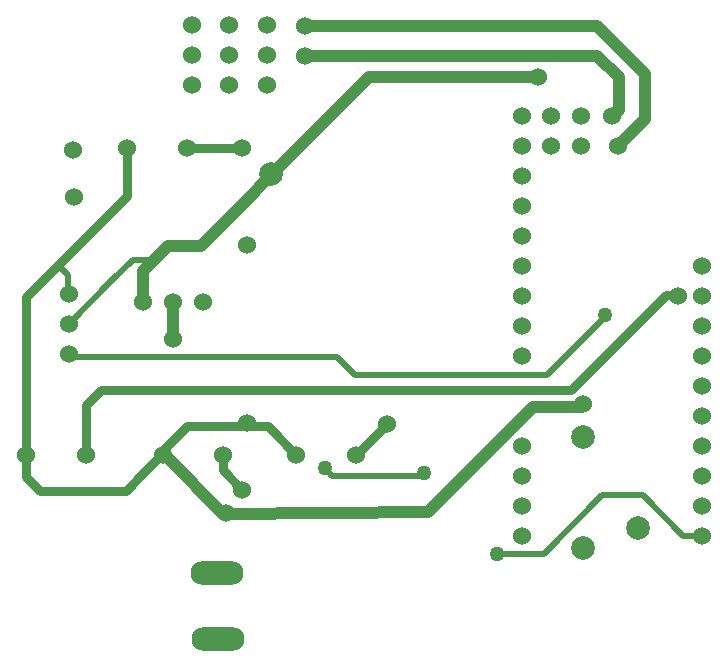
<source format=gbr>
%FSDAX44Y44*%
%MOMM*%
%SFA1B1*%

%IPPOS*%
%ADD10C,0.499999*%
%ADD12C,0.499999*%
%ADD13C,0.999998*%
%ADD14C,0.799998*%
%ADD15C,0.499999*%
%ADD17C,0.999998*%
%ADD19C,1.523997*%
%ADD20C,1.999996*%
%ADD21O,4.499991X1.999996*%
%ADD22C,1.269997*%
%ADD23C,0.799998*%
%LNpcb1_copper_signal_bot-1*%
%LPD*%
G54D10*
X00631698Y00931672D02*
X00640080Y00923290D01*
Y00913130D02*
Y00923290D01*
G54D12*
X00938530Y00753110D02*
X00941070Y00755650D01*
X00863600Y00753110D02*
X00938530D01*
X00856361Y00760349D02*
X00863600Y00753110D01*
X00867410Y00853440D02*
X00882650Y00838200D01*
X00643382Y00853440D02*
X00867410D01*
X00640334Y00856488D02*
X00643382Y00853440D01*
X01094740Y00887730D02*
Y00889000D01*
X01045210Y00838200D02*
X01094740Y00887730D01*
X00882650Y00838200D02*
X01045210D01*
X00677102Y00918655D02*
X00694436Y00935990D01*
X00640334Y00881888D02*
X00677102Y00918655D01*
X00694436Y00935990D02*
X00712470D01*
X01160526Y00702564D02*
X01176401D01*
X01126490Y00736600D02*
X01160526Y00702564D01*
X01092200Y00736600D02*
X01126490D01*
X01042670Y00687070D02*
X01092200Y00736600D01*
X01003300Y00687070D02*
X01042670D01*
G54D13*
X00728293Y00868680D02*
Y00900581D01*
X00724532Y00948052D02*
X00752472D01*
X00702893Y00926413D02*
X00724532Y00948052D01*
X00702893Y00900581D02*
Y00926413D01*
X00847413Y01042993D02*
X00894883Y01090463D01*
X01037400*
X00752472Y00948052D02*
X00847413Y01042993D01*
X01105662Y01032129D02*
X01128649Y01055116D01*
Y01093089*
X01087374Y01134364D02*
X01128649Y01093089D01*
X00840486Y01134364D02*
X01087374D01*
X01106297Y01073404D02*
Y01090549D01*
Y01062913D02*
Y01073404D01*
X01100784Y01057402D02*
X01106297Y01062913D01*
X01088009Y01108837D02*
X01106297Y01090549D01*
X00840105Y01108583D02*
X00840359Y01108837D01*
X01088009*
G54D14*
X00667512Y00825500D02*
X01065530D01*
X00655320Y00813308D02*
X00667512Y00825500D01*
X01065530D02*
X01090930Y00850900D01*
X01145921Y00905891D02*
X01156208D01*
X01090930Y00850900D02*
X01145921Y00905891D01*
X00655320Y00771017D02*
Y00813308D01*
X00884047Y00770890D02*
X00909955Y00796798D01*
X00740791Y01030859D02*
X00787295D01*
X00770763Y00767207D02*
Y00771017D01*
Y00757682D02*
X00787400Y00741045D01*
X00770763Y00757682D02*
Y00767207D01*
G54D15*
X01156081Y00905764D02*
X01156208Y00905891D01*
X00787295Y01030859D02*
X00787400Y01030963D01*
G54D17*
X01072966Y00811530D02*
X01075400Y00813963D01*
X01033780Y00811530D02*
X01072966D01*
X00944851Y00722601D02*
X01033780Y00811530D01*
X00772851Y00721047D02*
X00944851Y00722601D01*
X00772160Y00720344D02*
X00772851Y00721047D01*
X00722757Y00769747D02*
X00772160Y00720344D01*
G54D19*
X01075400Y00813963D03*
X01176401Y00702564D03*
X00640334Y00907288D03*
X00740791Y01030859D03*
X00640334Y00856488D03*
Y00881888D03*
X01156081Y00905764D03*
X01100784Y01057402D03*
X00840105Y01108583D03*
X00840486Y01134364D03*
X01105662Y01032129D03*
X01037400Y01090463D03*
X00728293Y00868680D03*
X00776351Y01134745D03*
Y01109345D03*
Y01083945D03*
X00808355Y01134618D03*
Y01109218D03*
Y01083818D03*
X00728293Y00900581D03*
X00702893D03*
X00744474Y01134618D03*
Y01109218D03*
Y01083818D03*
X01176401Y00753364D03*
Y00804164D03*
Y00829564D03*
Y00854964D03*
Y00880364D03*
Y00905764D03*
X01024001D03*
Y00880364D03*
Y00854964D03*
Y00778764D03*
Y00753364D03*
Y00727964D03*
Y00702564D03*
Y00931164D03*
Y00956564D03*
Y00981964D03*
Y01007364D03*
Y01032764D03*
Y01058164D03*
X01176401Y00931164D03*
Y00778764D03*
X00689991Y01030859D03*
X00719963Y00771017D03*
X01073785Y01057910D03*
Y01032510D03*
X01048385Y01057910D03*
Y01032510D03*
X00643890Y01028700D03*
X00645160Y00989330D03*
X00909955Y00796798D03*
X00787400Y00741045D03*
X00773430Y00721614D03*
X00753693Y00900581D03*
X01176401Y00727964D03*
X00884047Y00770890D03*
X00833247D03*
X00770763Y00771017D03*
X00655320D03*
X00604520D03*
X00790920Y00797453D03*
X00787400Y01030963D03*
X00791210Y00948690D03*
G54D20*
X01122680Y00708660D03*
X01075835Y00786293D03*
Y00692293D03*
X00811530Y01008380D03*
G54D21*
X00765810Y00670560D03*
X00767080Y00614680D03*
G54D22*
X00857250Y00759460D03*
X01094740Y00889000D03*
X01003300Y00687070D03*
X00941070Y00755650D03*
G54D23*
X00604520Y00904494D02*
X00689991Y00989965D01*
X00719963Y00774573D02*
X00740664Y00795274D01*
X00808863D02*
X00833247Y00770890D01*
X00740664Y00795274D02*
X00808863D01*
X00703580Y00755650D02*
X00718947Y00771017D01*
X00604520Y00751967D02*
X00616204Y00740283D01*
X00688848*
X00703580Y00755650*
X00604520Y00751967D02*
Y00771017D01*
X00689991Y00989965D02*
Y01030859D01*
X00604520Y00771017D02*
Y00904494D01*
M02*
</source>
